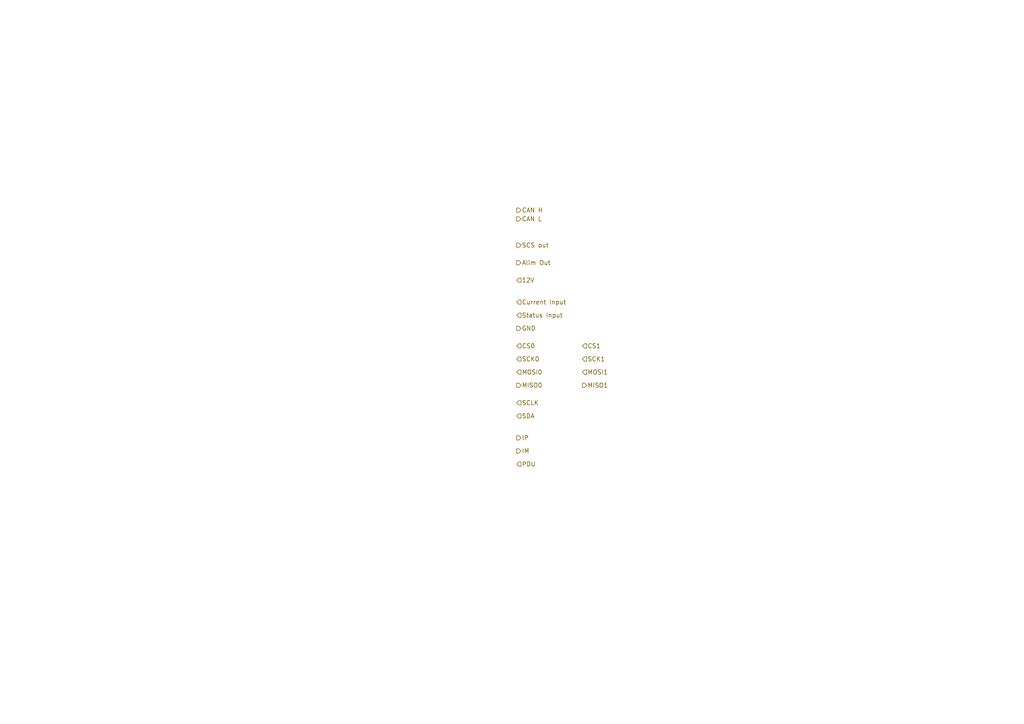
<source format=kicad_sch>
(kicad_sch
	(version 20231120)
	(generator "eeschema")
	(generator_version "8.0")
	(uuid "b3b84284-6e1e-4d1a-91e0-fa35139fda03")
	(paper "A4")
	(lib_symbols)
	(hierarchical_label "CS0"
		(shape input)
		(at 149.86 100.33 0)
		(fields_autoplaced yes)
		(effects
			(font
				(size 1.27 1.27)
			)
			(justify left)
		)
		(uuid "1191f771-f35b-428a-a1d0-10b6d1be727a")
	)
	(hierarchical_label "Current Input"
		(shape input)
		(at 149.86 87.63 0)
		(fields_autoplaced yes)
		(effects
			(font
				(size 1.27 1.27)
			)
			(justify left)
		)
		(uuid "191e123c-04c2-4e9c-96e6-350972d51df3")
	)
	(hierarchical_label "CS1"
		(shape input)
		(at 168.91 100.33 0)
		(fields_autoplaced yes)
		(effects
			(font
				(size 1.27 1.27)
			)
			(justify left)
		)
		(uuid "32d13c68-ff88-4844-9976-f7103df3c226")
	)
	(hierarchical_label "IP"
		(shape output)
		(at 149.86 127 0)
		(fields_autoplaced yes)
		(effects
			(font
				(size 1.27 1.27)
			)
			(justify left)
		)
		(uuid "43ba2c8d-a2e0-45f2-919a-6cecfd63de9d")
	)
	(hierarchical_label "Status Input"
		(shape input)
		(at 149.86 91.44 0)
		(fields_autoplaced yes)
		(effects
			(font
				(size 1.27 1.27)
			)
			(justify left)
		)
		(uuid "5d39737d-7216-4695-9dca-d2e20c665a62")
	)
	(hierarchical_label "CAN L"
		(shape output)
		(at 149.86 63.5 0)
		(fields_autoplaced yes)
		(effects
			(font
				(size 1.27 1.27)
			)
			(justify left)
		)
		(uuid "6198aa20-9078-46cb-847d-a534a23680e4")
	)
	(hierarchical_label "SDA"
		(shape input)
		(at 149.86 120.65 0)
		(fields_autoplaced yes)
		(effects
			(font
				(size 1.27 1.27)
			)
			(justify left)
		)
		(uuid "77d1dc2f-31d7-4432-b9de-9c5325862352")
	)
	(hierarchical_label "IM"
		(shape output)
		(at 149.86 130.81 0)
		(fields_autoplaced yes)
		(effects
			(font
				(size 1.27 1.27)
			)
			(justify left)
		)
		(uuid "7be6c652-a809-4925-a3f1-ab6da8710c7e")
	)
	(hierarchical_label "MISO1"
		(shape output)
		(at 168.91 111.76 0)
		(fields_autoplaced yes)
		(effects
			(font
				(size 1.27 1.27)
			)
			(justify left)
		)
		(uuid "800cb6fe-5755-43ab-bb72-3375935a56f5")
	)
	(hierarchical_label "CAN H"
		(shape output)
		(at 149.86 60.96 0)
		(fields_autoplaced yes)
		(effects
			(font
				(size 1.27 1.27)
			)
			(justify left)
		)
		(uuid "86e80394-d7de-41ac-a5fe-111731ab8b37")
	)
	(hierarchical_label "12V"
		(shape input)
		(at 149.86 81.28 0)
		(fields_autoplaced yes)
		(effects
			(font
				(size 1.27 1.27)
			)
			(justify left)
		)
		(uuid "9e778866-ddd9-4d26-9d8c-f626976b7bb3")
	)
	(hierarchical_label "PDU"
		(shape input)
		(at 149.86 134.62 0)
		(fields_autoplaced yes)
		(effects
			(font
				(size 1.27 1.27)
			)
			(justify left)
		)
		(uuid "b0368bf4-0b4e-43dd-a689-8f2357e06c97")
	)
	(hierarchical_label "MISO0"
		(shape output)
		(at 149.86 111.76 0)
		(fields_autoplaced yes)
		(effects
			(font
				(size 1.27 1.27)
			)
			(justify left)
		)
		(uuid "c07b0f13-f01b-448b-a2f3-7cab1f225d49")
	)
	(hierarchical_label "SCK0"
		(shape input)
		(at 149.86 104.14 0)
		(fields_autoplaced yes)
		(effects
			(font
				(size 1.27 1.27)
			)
			(justify left)
		)
		(uuid "c5a29a19-9b68-4061-becd-5f414a47c8b1")
	)
	(hierarchical_label "SCK1"
		(shape input)
		(at 168.91 104.14 0)
		(fields_autoplaced yes)
		(effects
			(font
				(size 1.27 1.27)
			)
			(justify left)
		)
		(uuid "cc6d67b0-2796-4685-ab4c-f2527fd0f218")
	)
	(hierarchical_label "SCS out"
		(shape output)
		(at 149.86 71.12 0)
		(fields_autoplaced yes)
		(effects
			(font
				(size 1.27 1.27)
			)
			(justify left)
		)
		(uuid "d40784f3-36ab-45f3-8e1d-73a87b73322b")
	)
	(hierarchical_label "MOSI0"
		(shape input)
		(at 149.86 107.95 0)
		(fields_autoplaced yes)
		(effects
			(font
				(size 1.27 1.27)
			)
			(justify left)
		)
		(uuid "e414c239-6f21-41de-b695-311080307331")
	)
	(hierarchical_label "SCLK"
		(shape input)
		(at 149.86 116.84 0)
		(fields_autoplaced yes)
		(effects
			(font
				(size 1.27 1.27)
			)
			(justify left)
		)
		(uuid "eb3d0409-ff92-441c-92cb-096da0ac366d")
	)
	(hierarchical_label "Alim Out"
		(shape output)
		(at 149.86 76.2 0)
		(fields_autoplaced yes)
		(effects
			(font
				(size 1.27 1.27)
			)
			(justify left)
		)
		(uuid "f4b8ab61-1e8c-4a7f-bf38-c6d0df4bc4ba")
	)
	(hierarchical_label "GND"
		(shape output)
		(at 149.86 95.25 0)
		(fields_autoplaced yes)
		(effects
			(font
				(size 1.27 1.27)
			)
			(justify left)
		)
		(uuid "f8aa44d2-8832-46f1-8af2-9d40cada6654")
	)
	(hierarchical_label "MOSI1"
		(shape input)
		(at 168.91 107.95 0)
		(fields_autoplaced yes)
		(effects
			(font
				(size 1.27 1.27)
			)
			(justify left)
		)
		(uuid "fd331150-17d8-448a-9add-45e7048fb98d")
	)
)

</source>
